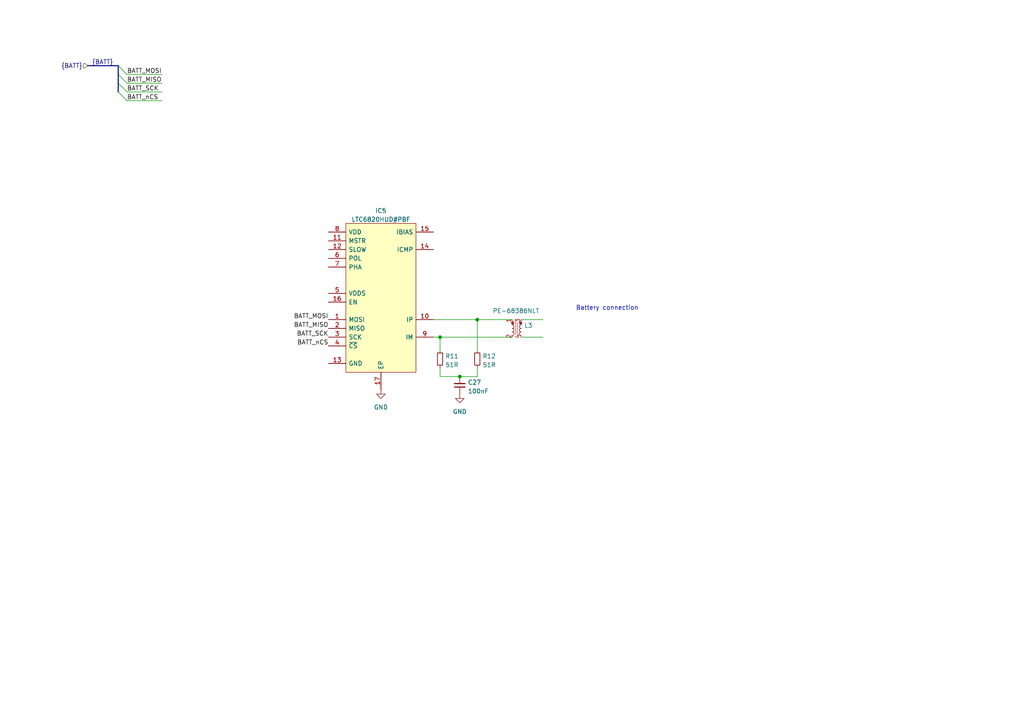
<source format=kicad_sch>
(kicad_sch (version 20211123) (generator eeschema)
  (paper "A4")
  (title_block (title "Battery monitoring") (date "2022-05-26") (rev "v0.1") (company "Coilchain"))
  (lib_symbols
    (symbol "Device:C_Small" (pin_numbers hide) (pin_names (offset 0.254) hide)
      (property "Reference" "C" (at 0.254 1.778 0))
      (property "Value" "C_Small" (at 0.254 -2.032 0))
      (symbol "C_Small_0_1"
        (polyline (pts (xy -1.524 -0.508) (xy 1.524 -0.508)) (stroke (width 0.3302)))
        (polyline (pts (xy -1.524 0.508) (xy 1.524 0.508)) (stroke (width 0.3048)))
      )
      (symbol "C_Small_1_1"
        (pin passive line (at 0 2.54 270) (length 2.032) (name "~") (number "1"))
        (pin passive line (at 0 -2.54 90) (length 2.032) (name "~") (number "2"))
      )
    )
    (symbol "Device:L_Ferrite_Coupled_Small" (pin_names (offset 0.254) hide)
      (property "Reference" "L" (at 0 3.175 0))
      (property "Value" "L_Ferrite_Coupled_Small" (at 0 -3.175 0))
      (symbol "L_Ferrite_Coupled_Small_0_1"
        (arc (start -2.032 1.27) (mid -1.524 0.762) (end -1.016 1.27))
        (circle (center -1.524 -1.27) (radius 0.254) (fill (type outline)))
        (circle (center -1.524 1.27) (radius 0.254) (fill (type outline)))
        (arc (start -1.016 -1.27) (mid -1.524 -0.762) (end -2.032 -1.27))
        (arc (start -1.016 1.27) (mid -0.508 0.762) (end 0 1.27))
        (arc (start 0 -1.27) (mid -0.508 -0.762) (end -1.016 -1.27))
        (polyline (pts (xy -1.651 0.254) (xy -1.397 0.254)))
        (polyline (pts (xy -1.397 -0.254) (xy -1.651 -0.254)))
        (polyline (pts (xy -1.143 0.254) (xy -0.889 0.254)))
        (polyline (pts (xy -0.889 -0.254) (xy -1.143 -0.254)))
        (polyline (pts (xy -0.635 0.254) (xy -0.381 0.254)))
        (polyline (pts (xy -0.381 -0.254) (xy -0.635 -0.254)))
        (polyline (pts (xy -0.127 0.254) (xy 0.127 0.254)))
        (polyline (pts (xy 0.127 -0.254) (xy -0.127 -0.254)))
        (polyline (pts (xy 0.381 0.254) (xy 0.635 0.254)))
        (polyline (pts (xy 0.635 -0.254) (xy 0.381 -0.254)))
        (polyline (pts (xy 0.889 0.254) (xy 1.143 0.254)))
        (polyline (pts (xy 1.143 -0.254) (xy 0.889 -0.254)))
        (polyline (pts (xy 1.397 0.254) (xy 1.651 0.254)))
        (polyline (pts (xy 1.651 -0.254) (xy 1.397 -0.254)))
        (arc (start 0 1.27) (mid 0.508 0.762) (end 1.016 1.27))
        (arc (start 1.016 -1.27) (mid 0.508 -0.762) (end 0 -1.27))
        (arc (start 1.016 1.27) (mid 1.524 0.762) (end 2.032 1.27))
        (arc (start 2.032 -1.27) (mid 1.524 -0.762) (end 1.016 -1.27))
      )
      (symbol "L_Ferrite_Coupled_Small_1_1"
        (pin passive line (at -2.54 1.27 0) (length 0.508) (name "1") (number "1"))
        (pin passive line (at 2.54 1.27 180) (length 0.508) (name "2") (number "2"))
        (pin passive line (at -2.54 -1.27 0) (length 0.508) (name "3") (number "3"))
        (pin passive line (at 2.54 -1.27 180) (length 0.508) (name "4") (number "4"))
      )
    )
    (symbol "Device:R_Small" (pin_numbers hide) (pin_names (offset 0.254) hide)
      (property "Reference" "R" (at 0.762 0.508 0))
      (property "Value" "R_Small" (at 0.762 -1.016 0))
      (symbol "R_Small_0_1"
        (rectangle (start -0.762 1.778) (end 0.762 -1.778) (stroke (width 0.2032)))
      )
      (symbol "R_Small_1_1"
        (pin passive line (at 0 2.54 270) (length 0.762) (name "~") (number "1"))
        (pin passive line (at 0 -2.54 90) (length 0.762) (name "~") (number "2"))
      )
    )
    (symbol "coilchain-com:LTC6820HUD#PBF" (pin_names (offset 0.762))
      (property "Reference" "IC?" (at -8.89 3.81 0))
      (property "Value" "LTC6820HUD#PBF" (at -1.27 1.27 0))
      (symbol "LTC6820HUD#PBF_0_0"
        (pin passive line (at -15.24 -27.94 0) (length 5.08) (name "MOSI") (number "1"))
        (pin passive line (at 15.24 -27.94 180) (length 5.08) (name "IP") (number "10"))
        (pin passive line (at -15.24 -5.08 0) (length 5.08) (name "MSTR") (number "11"))
        (pin passive line (at -15.24 -7.62 0) (length 5.08) (name "SLOW") (number "12"))
        (pin passive line (at -15.24 -40.64 0) (length 5.08) (name "GND") (number "13"))
        (pin passive line (at 15.24 -7.62 180) (length 5.08) (name "ICMP") (number "14"))
        (pin passive line (at 15.24 -2.54 180) (length 5.08) (name "IBIAS") (number "15"))
        (pin passive line (at -15.24 -22.86 0) (length 5.08) (name "EN") (number "16"))
        (pin passive line (at 0 -48.26 90) (length 5.08) (name "EP") (number "17"))
        (pin passive line (at -15.24 -30.48 0) (length 5.08) (name "MISO") (number "2"))
        (pin passive line (at -15.24 -33.02 0) (length 5.08) (name "SCK") (number "3"))
        (pin passive line (at -15.24 -35.56 0) (length 5.08) (name "~{CS}") (number "4"))
        (pin passive line (at -15.24 -20.32 0) (length 5.08) (name "VDDS") (number "5"))
        (pin passive line (at -15.24 -10.16 0) (length 5.08) (name "POL") (number "6"))
        (pin passive line (at -15.24 -12.7 0) (length 5.08) (name "PHA") (number "7"))
        (pin passive line (at -15.24 -2.54 0) (length 5.08) (name "VDD") (number "8"))
        (pin passive line (at 15.24 -33.02 180) (length 5.08) (name "IM") (number "9"))
      )
      (symbol "LTC6820HUD#PBF_0_1"
        (rectangle (start -10.16 0) (end 10.16 -43.18) (stroke (width 0.1524)) (fill (type background)))
      )
    )
    (symbol "power:GND" (power) (pin_names (offset 0))
      (property "Value" "GND" (at 0 -3.81 0))
      (symbol "GND_0_1"
        (polyline (pts (xy 0 0) (xy 0 -1.27) (xy 1.27 -1.27) (xy 0 -2.54) (xy -1.27 -1.27) (xy 0 -1.27)))
      )
      (symbol "GND_1_1"
        (pin power_in line (at 0 0 270) (length 0) hide (name "GND") (number "1"))
      )
    )
  )
  (bus_alias "BATT" (members "BATT_MOSI" "BATT_MISO" "BATT_SCK" "BATT_nCS"))
  (junction (at 127.635 97.79))
  (junction (at 133.35 109.22))
  (junction (at 138.43 92.71))
  (bus_entry (at 34.29 21.59) (size 2.54 2.54))
  (bus_entry (at 34.29 26.67) (size 2.54 2.54))
  (bus_entry (at 34.29 19.05) (size 2.54 2.54))
  (bus_entry (at 34.29 24.13) (size 2.54 2.54))
  (wire (pts (xy 138.43 92.71) (xy 148.59 92.71)))
  (wire (pts (xy 36.83 29.21) (xy 46.99 29.21)))
  (wire (pts (xy 36.83 26.67) (xy 46.99 26.67)))
  (bus (pts (xy 34.29 19.05) (xy 34.29 21.59)))
  (wire (pts (xy 138.43 101.6) (xy 138.43 92.71)))
  (wire (pts (xy 127.635 109.22) (xy 127.635 106.68)))
  (wire (pts (xy 138.43 106.68) (xy 138.43 109.22)))
  (wire (pts (xy 133.35 109.22) (xy 127.635 109.22)))
  (bus (pts (xy 34.29 24.13) (xy 34.29 26.67)))
  (wire (pts (xy 151.13 97.79) (xy 157.48 97.79)))
  (wire (pts (xy 36.83 21.59) (xy 46.99 21.59)))
  (wire (pts (xy 127.635 97.79) (xy 127.635 101.6)))
  (bus (pts (xy 25.4 19.05) (xy 34.29 19.05)))
  (wire (pts (xy 127.635 97.79) (xy 148.59 97.79)))
  (wire (pts (xy 138.43 92.71) (xy 125.73 92.71)))
  (wire (pts (xy 125.73 97.79) (xy 127.635 97.79)))
  (wire (pts (xy 151.13 92.71) (xy 157.48 92.71)))
  (bus (pts (xy 34.29 21.59) (xy 34.29 24.13)))
  (wire (pts (xy 138.43 109.22) (xy 133.35 109.22)))
  (wire (pts (xy 36.83 24.13) (xy 46.99 24.13)))
  (text "Battery connection" (at 167.005 90.17 0) (effects (font (size 1.27 1.27)) (justify left bottom)))
  (label "BATT_MISO" (at 36.83 24.13 0))
  (label "BATT_MOSI" (at 95.25 92.71 180))
  (label "BATT_nCS" (at 36.83 29.21 0))
  (label "BATT_MISO" (at 95.25 95.25 180))
  (label "{BATT}" (at 26.67 19.05 0))
  (label "BATT_SCK" (at 95.25 97.79 180))
  (label "BATT_MOSI" (at 36.83 21.59 0))
  (label "BATT_SCK" (at 36.83 26.67 0))
  (label "BATT_nCS" (at 95.25 100.33 180))
  (hierarchical_label "{BATT}" (shape input) (at 25.4 19.05 180))
  (symbol (lib_id "power:GND") (at 110.49 113.03 0) (unit 1)
    (property "Reference" "#PWR0151" (effects hide))
    (property "Value" "GND" (at 110.49 118.11 0))
  )
  (symbol (lib_id "power:GND") (at 133.35 114.3 0) (unit 1)
    (property "Reference" "#PWR0150" (effects hide))
    (property "Value" "GND" (at 133.35 119.38 0))
  )
  (symbol (lib_id "Device:R_Small") (at 138.43 104.14 0) (unit 1)
    (property "Reference" "R12" (at 139.9286 103.3053 0) (effects (justify left)))
    (property "Value" "51R" (at 139.9286 105.8422 0) (effects (justify left)))
    (property "Footprint" "Resistor_SMD:R_0402_1005Metric_Pad0.72x0.64mm_HandSolder" (effects hide))
  )
  (symbol (lib_id "coilchain-com:LTC6820HUD#PBF") (at 110.49 64.77 0) (unit 1)
    (property "Reference" "IC5" (at 110.49 61.121 0))
    (property "Value" "LTC6820HUD#PBF" (at 110.49 63.6579 0))
    (property "Footprint" "Package_DFN_QFN:QFN-16-1EP_3x3mm_P0.5mm_EP1.7x1.7mm" (effects hide))
    (property "Datasheet" "https://datasheet.datasheetarchive.com/originals/distributors/Datasheets_SAMA/3d4555043dfc38f419107fd61f6644b0.pdf" (effects hide))
    (property "Description" "Interface - Specialized isoSPI Isolated Communications Interface" (effects hide))
    (property "Height" "0.8" (effects hide))
    (property "Manufacturer_Name" "Analog Devices" (effects hide))
    (property "Manufacturer_Part_Number" "LTC6820HUD#PBF" (effects hide))
    (property "Mouser Part Number" "584-LTC6820HUD#PBF" (effects hide))
    (property "Mouser Price/Stock" "https://www.mouser.co.uk/ProductDetail/Analog-Devices/LTC6820HUDPBF?qs=hVkxg5c3xu%252BW43PVws650g%3D%3D" (effects hide))
    (property "Arrow Part Number" "LTC6820HUD#PBF" (effects hide))
    (property "Arrow Price/Stock" "https://www.arrow.com/en/products/ltc6820hudpbf/analog-devices" (effects hide))
  )
  (symbol (lib_id "Device:C_Small") (at 133.35 111.76 180) (unit 1)
    (property "Reference" "C27" (at 135.6741 110.9189 0) (effects (justify right)))
    (property "Value" "100nF" (at 135.6741 113.4558 0) (effects (justify right)))
    (property "Footprint" "Capacitor_SMD:C_0402_1005Metric_Pad0.74x0.62mm_HandSolder" (effects hide))
  )
  (symbol (lib_id "Device:R_Small") (at 127.635 104.14 0) (unit 1)
    (property "Reference" "R11" (at 129.1336 103.3053 0) (effects (justify left)))
    (property "Value" "51R" (at 129.1336 105.8422 0) (effects (justify left)))
    (property "Footprint" "Resistor_SMD:R_0402_1005Metric_Pad0.72x0.64mm_HandSolder" (effects hide))
  )
  (symbol (lib_id "Device:L_Ferrite_Coupled_Small") (at 149.86 95.25 90) (mirror x) (unit 1)
    (property "Reference" "L3" (at 152.019 94.4153 90) (effects (justify right)))
    (property "Value" "PE-68386NLT" (at 142.875 90.17 90) (effects (justify right)))
  )
)
</source>
